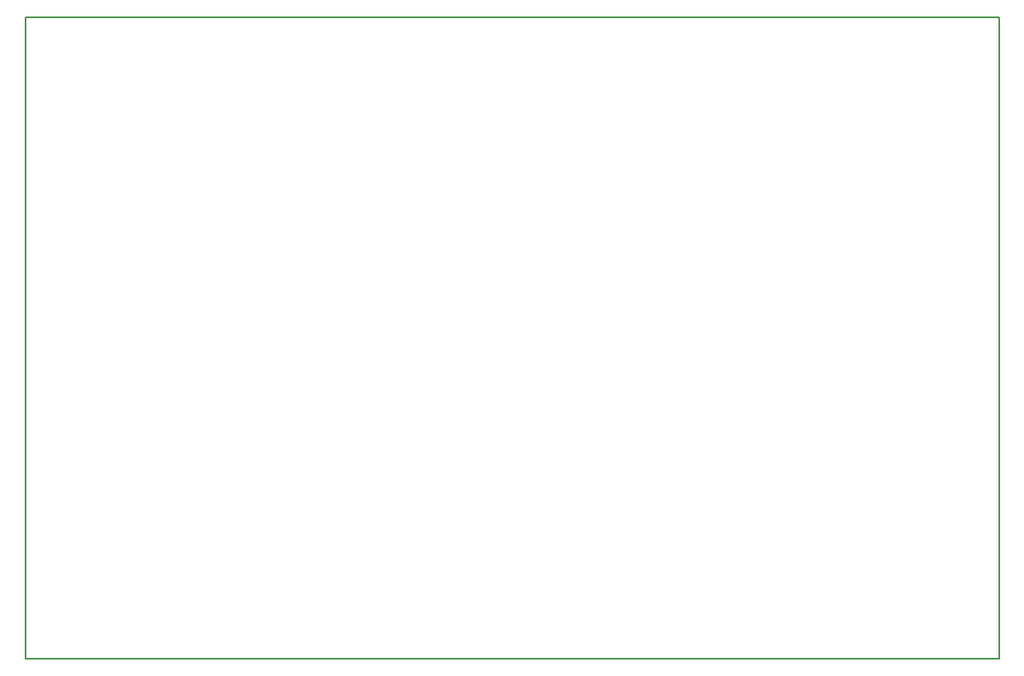
<source format=gko>
G04 Layer_Color=16711935*
%FSLAX43Y43*%
%MOMM*%
G71*
G01*
G75*
%ADD92C,0.203*%
D92*
X100000Y100000D02*
X200000D01*
X100000Y166000D02*
X200000D01*
X100000Y100000D02*
Y166000D01*
X200000Y100000D02*
Y166000D01*
M02*

</source>
